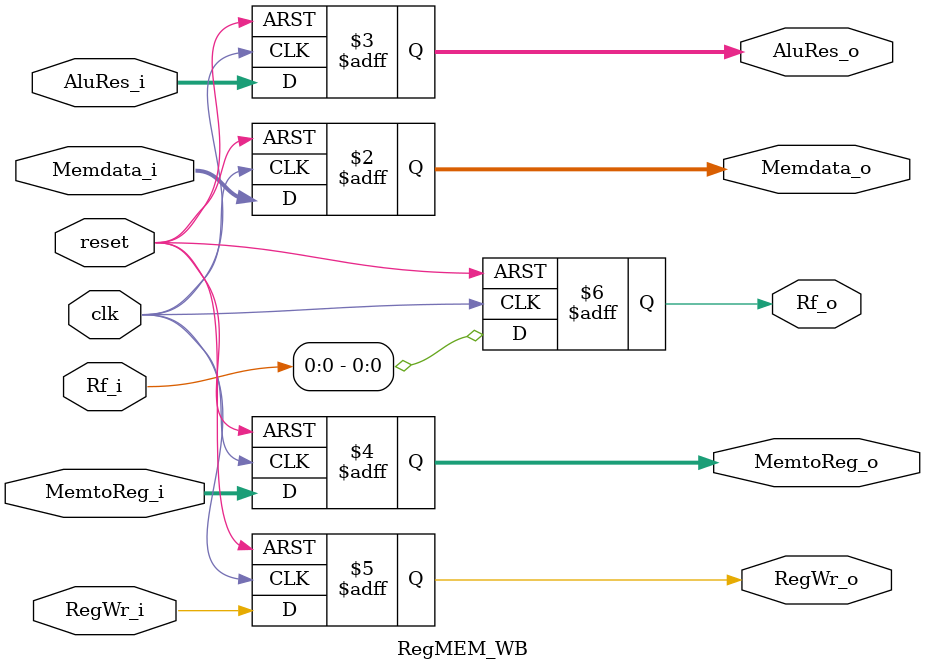
<source format=v>
module RegMEM_WB(
    input reset, input clk, 
    input wire [31:0] Memdata_i, 
    input wire [31:0] AluRes_i,
    input wire [1:0] MemtoReg_i,
    input RegWr_i,
    input wire [4:0] Rf_i,
    output reg [31:0] Memdata_o,
    output reg [31:0] AluRes_o,
    output reg [1:0] MemtoReg_o,
    output reg RegWr_o,
    output reg Rf_o
    );
    
    always@(posedge reset or posedge clk) begin
        if (reset) begin
            Memdata_o <= 0;
            AluRes_o <= 0;
            MemtoReg_o <= 2'b00;
            RegWr_o <= 0;
            Rf_o <= 0;
        end 
        else begin
            Memdata_o <= Memdata_i;
            AluRes_o <= AluRes_i;
            MemtoReg_o <= MemtoReg_i;
            RegWr_o <= RegWr_i;
            Rf_o <= Rf_i;
        end
    end
endmodule
</source>
